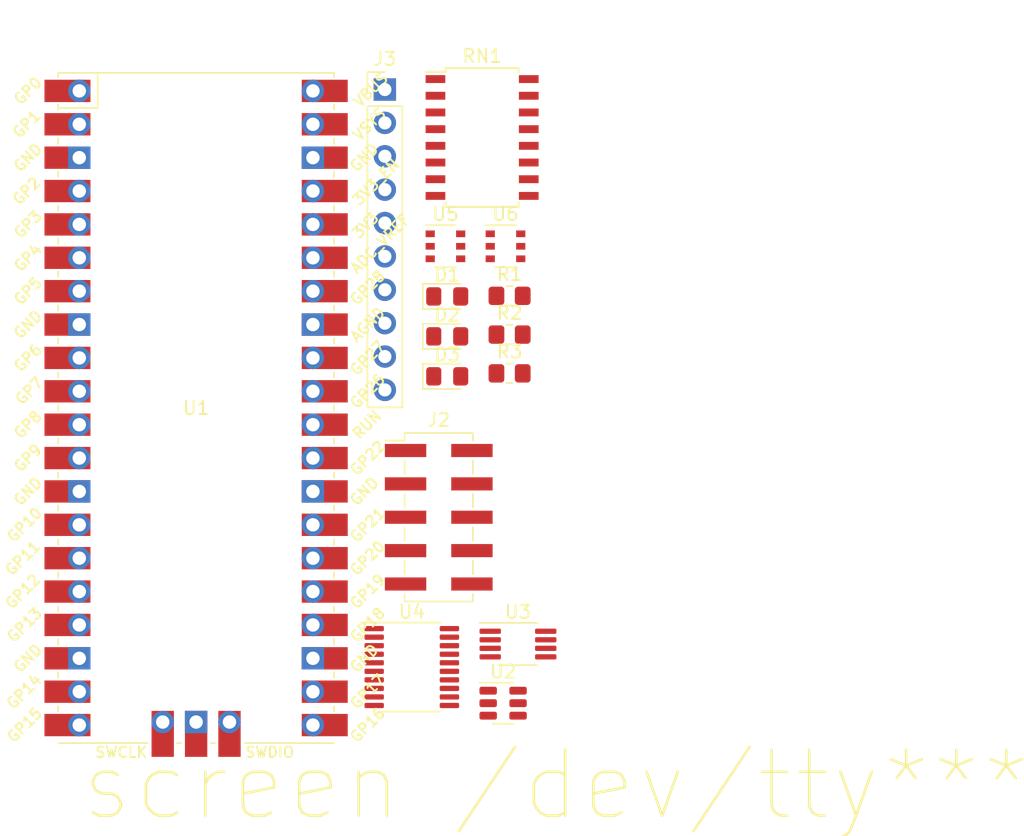
<source format=kicad_pcb>
(kicad_pcb (version 20221018) (generator pcbnew)
  (layers (0 "F.Cu" signal) (31 "B.Cu" signal) (34 "B.Paste" user) (35 "F.Paste" user) (36 "B.SilkS" user "B.Silkscreen") (37 "F.SilkS" user "F.Silkscreen") (38 "B.Mask" user) (39 "F.Mask" user) (44 "Edge.Cuts" user))
  (net 0 "")
  (net 1 "GND")
  (net 2 "Net-(D1-A)")
  (net 47 "Net-(D2-A)")
  (net 48 "Net-(D3-A)")
  (net 71 "+5V")
  (net 98 "/VADJ")
  (footprint "LED_SMD:LED_0805_2012Metric_Pad1.15x1.40mm_HandSolder" (layer "F.Cu") (at 158.8725 65.28)
    (fp_text reference "D1" (at 0 -1.65) (layer "F.SilkS"))
    (fp_text value "LED")
    (fp_line (start -1.86 -0.96) (end -1.86 0.96) (stroke (width 0.12)) (layer "F.SilkS"))
    (fp_line (start -1.86 0.96) (end 1 0.96) (stroke (width 0.12)) (layer "F.SilkS"))
    (fp_line (start 1 -0.96) (end -1.86 -0.96) (stroke (width 0.12)) (layer "F.SilkS"))
    (pad "1" smd roundrect (at -1.025 0) (size 1.15 1.4) (layers "F.Cu" "F.Paste" "F.Mask") (roundrect_rratio 0.217391) (net 1 "GND"))
    (pad "2" smd roundrect (at 1.025 0) (size 1.15 1.4) (layers "F.Cu" "F.Paste" "F.Mask") (roundrect_rratio 0.217391) (net 2 "Net-(D1-A)"))
  )
  (footprint "Connector_PinHeader_2.54mm:PinHeader_1x10_P2.54mm_Vertical" (layer "F.Cu") (at 154.1275 49.535)
    (fp_text reference "J3" (at 0 -2.33) (layer "F.SilkS"))
    (fp_text value "Conn_01x10_Pin")
    (fp_line (start -1.33 -1.33) (end 0 -1.33) (stroke (width 0.12)) (layer "F.SilkS"))
    (fp_line (start -1.33 0) (end -1.33 -1.33) (stroke (width 0.12)) (layer "F.SilkS"))
    (fp_line (start -1.33 1.27) (end -1.33 24.19) (stroke (width 0.12)) (layer "F.SilkS"))
    (fp_line (start -1.33 1.27) (end 1.33 1.27) (stroke (width 0.12)) (layer "F.SilkS"))
    (fp_line (start -1.33 24.19) (end 1.33 24.19) (stroke (width 0.12)) (layer "F.SilkS"))
    (fp_line (start 1.33 1.27) (end 1.33 24.19) (stroke (width 0.12)) (layer "F.SilkS"))
    (pad "1" thru_hole rect (at 0 0) (size 1.7 1.7) (drill 1) (layers "*.Cu" "*.Mask"))
    (pad "2" thru_hole oval (at 0 2.54) (size 1.7 1.7) (drill 1) (layers "*.Cu" "*.Mask"))
    (pad "3" thru_hole oval (at 0 5.08) (size 1.7 1.7) (drill 1) (layers "*.Cu" "*.Mask"))
    (pad "4" thru_hole oval (at 0 7.62) (size 1.7 1.7) (drill 1) (layers "*.Cu" "*.Mask"))
    (pad "5" thru_hole oval (at 0 10.16) (size 1.7 1.7) (drill 1) (layers "*.Cu" "*.Mask"))
    (pad "6" thru_hole oval (at 0 12.7) (size 1.7 1.7) (drill 1) (layers "*.Cu" "*.Mask"))
    (pad "7" thru_hole oval (at 0 15.24) (size 1.7 1.7) (drill 1) (layers "*.Cu" "*.Mask"))
    (pad "8" thru_hole oval (at 0 17.78) (size 1.7 1.7) (drill 1) (layers "*.Cu" "*.Mask"))
    (pad "9" thru_hole oval (at 0 20.32) (size 1.7 1.7) (drill 1) (layers "*.Cu" "*.Mask"))
    (pad "10" thru_hole oval (at 0 22.86) (size 1.7 1.7) (drill 1) (layers "*.Cu" "*.Mask"))
  )
  (footprint "Package_SO:MSOP-8_3x3mm_P0.65mm" (layer "F.Cu") (at 164.2575 91.735)
    (fp_text reference "U3" (at 0 -2.45) (layer "F.SilkS"))
    (fp_text value "AD8655")
    (fp_line (start 0 -1.61) (end -2.925 -1.61) (stroke (width 0.12)) (layer "F.SilkS"))
    (fp_line (start 0 -1.61) (end 1.5 -1.61) (stroke (width 0.12)) (layer "F.SilkS"))
    (fp_line (start 0 1.61) (end -1.5 1.61) (stroke (width 0.12)) (layer "F.SilkS"))
    (fp_line (start 0 1.61) (end 1.5 1.61) (stroke (width 0.12)) (layer "F.SilkS"))
    (pad "1" smd roundrect (at -2.1125 -0.975) (size 1.625 0.4) (layers "F.Cu" "F.Paste" "F.Mask"))
    (pad "2" smd roundrect (at -2.1125 -0.325) (size 1.625 0.4) (layers "F.Cu" "F.Paste" "F.Mask"))
    (pad "3" smd roundrect (at -2.1125 0.325) (size 1.625 0.4) (layers "F.Cu" "F.Paste" "F.Mask"))
    (pad "4" smd roundrect (at -2.1125 0.975) (size 1.625 0.4) (layers "F.Cu" "F.Paste" "F.Mask"))
    (pad "5" smd roundrect (at 2.1125 0.975) (size 1.625 0.4) (layers "F.Cu" "F.Paste" "F.Mask"))
    (pad "6" smd roundrect (at 2.1125 0.325) (size 1.625 0.4) (layers "F.Cu" "F.Paste" "F.Mask") (net 98 "/VADJ"))
    (pad "7" smd roundrect (at 2.1125 -0.325) (size 1.625 0.4) (layers "F.Cu" "F.Paste" "F.Mask") (net 71 "+5V"))
    (pad "8" smd roundrect (at 2.1125 -0.975) (size 1.625 0.4) (layers "F.Cu" "F.Paste" "F.Mask"))
  )
  (footprint "Package_SO:TSOP-6_1.65x3.05mm_P0.95mm" (layer "F.Cu") (at 163.3075 61.465)
    (fp_text reference "U6" (at 0 -2.45) (layer "F.SilkS"))
    (fp_text value "NUP4302MR6T1G")
    (fp_line (start -0.8 1.6) (end 0.8 1.6) (stroke (width 0.12)) (layer "F.SilkS"))
    (fp_line (start 0.8 -1.6) (end -1.5 -1.6) (stroke (width 0.12)) (layer "F.SilkS"))
    (pad "1" smd rect (at -1.16 -0.95) (size 0.7 0.51) (layers "F.Cu" "F.Paste" "F.Mask"))
    (pad "2" smd rect (at -1.16 0) (size 0.7 0.51) (layers "F.Cu" "F.Paste" "F.Mask"))
    (pad "3" smd rect (at -1.16 0.95) (size 0.7 0.51) (layers "F.Cu" "F.Paste" "F.Mask"))
    (pad "4" smd rect (at 1.16 0.95) (size 0.7 0.51) (layers "F.Cu" "F.Paste" "F.Mask"))
    (pad "5" smd rect (at 1.16 0) (size 0.7 0.51) (layers "F.Cu" "F.Paste" "F.Mask"))
    (pad "6" smd rect (at 1.16 -0.95) (size 0.7 0.51) (layers "F.Cu" "F.Paste" "F.Mask") (net 98 "/VADJ"))
  )
  (footprint "Package_SO:SOIC-16W_5.3x10.2mm_P1.27mm" (layer "F.Cu") (at 161.5275 53.185)
    (fp_text reference "RN1" (at 0 -6.2) (layer "F.SilkS"))
    (fp_text value "R_Pack08")
    (fp_line (start -2.775 -5.275) (end -2.775 -5) (stroke (width 0.15)) (layer "F.SilkS"))
    (fp_line (start -2.775 -5.275) (end 2.775 -5.275) (stroke (width 0.15)) (layer "F.SilkS"))
    (fp_line (start -2.775 -5) (end -4.3 -5) (stroke (width 0.15)) (layer "F.SilkS"))
    (fp_line (start -2.775 5.275) (end -2.775 4.92) (stroke (width 0.15)) (layer "F.SilkS"))
    (fp_line (start -2.775 5.275) (end 2.775 5.275) (stroke (width 0.15)) (layer "F.SilkS"))
    (fp_line (start 2.775 -5.275) (end 2.775 -4.92) (stroke (width 0.15)) (layer "F.SilkS"))
    (fp_line (start 2.775 5.275) (end 2.775 4.92) (stroke (width 0.15)) (layer "F.SilkS"))
    (pad "1" smd rect (at -3.55 -4.445) (size 1.5 0.6) (layers "F.Cu" "F.Paste" "F.Mask"))
    (pad "2" smd rect (at -3.55 -3.175) (size 1.5 0.6) (layers "F.Cu" "F.Paste" "F.Mask"))
    (pad "3" smd rect (at -3.55 -1.905) (size 1.5 0.6) (layers "F.Cu" "F.Paste" "F.Mask"))
    (pad "4" smd rect (at -3.55 -0.635) (size 1.5 0.6) (layers "F.Cu" "F.Paste" "F.Mask"))
    (pad "5" smd rect (at -3.55 0.635) (size 1.5 0.6) (layers "F.Cu" "F.Paste" "F.Mask"))
    (pad "6" smd rect (at -3.55 1.905) (size 1.5 0.6) (layers "F.Cu" "F.Paste" "F.Mask"))
    (pad "7" smd rect (at -3.55 3.175) (size 1.5 0.6) (layers "F.Cu" "F.Paste" "F.Mask"))
    (pad "8" smd rect (at -3.55 4.445) (size 1.5 0.6) (layers "F.Cu" "F.Paste" "F.Mask"))
    (pad "9" smd rect (at 3.55 4.445) (size 1.5 0.6) (layers "F.Cu" "F.Paste" "F.Mask"))
    (pad "10" smd rect (at 3.55 3.175) (size 1.5 0.6) (layers "F.Cu" "F.Paste" "F.Mask"))
    (pad "11" smd rect (at 3.55 1.905) (size 1.5 0.6) (layers "F.Cu" "F.Paste" "F.Mask"))
    (pad "12" smd rect (at 3.55 0.635) (size 1.5 0.6) (layers "F.Cu" "F.Paste" "F.Mask"))
    (pad "13" smd rect (at 3.55 -0.635) (size 1.5 0.6) (layers "F.Cu" "F.Paste" "F.Mask"))
    (pad "14" smd rect (at 3.55 -1.905) (size 1.5 0.6) (layers "F.Cu" "F.Paste" "F.Mask"))
    (pad "15" smd rect (at 3.55 -3.175) (size 1.5 0.6) (layers "F.Cu" "F.Paste" "F.Mask"))
    (pad "16" smd rect (at 3.55 -4.445) (size 1.5 0.6) (layers "F.Cu" "F.Paste" "F.Mask"))
  )
  (footprint "Resistor_SMD:R_0805_2012Metric_Pad1.20x1.40mm_HandSolder" (layer "F.Cu") (at 163.6175 65.235)
    (fp_text reference "R1" (at 0 -1.65) (layer "F.SilkS"))
    (fp_text value "470")
    (fp_line (start -0.227064 -0.735) (end 0.227064 -0.735) (stroke (width 0.12)) (layer "F.SilkS"))
    (fp_line (start -0.227064 0.735) (end 0.227064 0.735) (stroke (width 0.12)) (layer "F.SilkS"))
    (pad "1" smd roundrect (at -1 0) (size 1.2 1.4) (layers "F.Cu" "F.Paste" "F.Mask") (roundrect_rratio 0.208333))
    (pad "2" smd roundrect (at 1 0) (size 1.2 1.4) (layers "F.Cu" "F.Paste" "F.Mask") (roundrect_rratio 0.208333) (net 2 "Net-(D1-A)"))
  )
  (footprint "LED_SMD:LED_0805_2012Metric_Pad1.15x1.40mm_HandSolder" (layer "F.Cu") (at 158.8725 68.32)
    (fp_text reference "D2" (at 0 -1.65) (layer "F.SilkS"))
    (fp_text value "LED")
    (fp_line (start -1.86 -0.96) (end -1.86 0.96) (stroke (width 0.12)) (layer "F.SilkS"))
    (fp_line (start -1.86 0.96) (end 1 0.96) (stroke (width 0.12)) (layer "F.SilkS"))
    (fp_line (start 1 -0.96) (end -1.86 -0.96) (stroke (width 0.12)) (layer "F.SilkS"))
    (pad "1" smd roundrect (at -1.025 0) (size 1.15 1.4) (layers "F.Cu" "F.Paste" "F.Mask") (roundrect_rratio 0.217391) (net 1 "GND"))
    (pad "2" smd roundrect (at 1.025 0) (size 1.15 1.4) (layers "F.Cu" "F.Paste" "F.Mask") (roundrect_rratio 0.217391) (net 47 "Net-(D2-A)"))
  )
  (footprint "Connector_PinHeader_2.54mm:PinHeader_2x05_P2.54mm_Vertical_SMD" (layer "F.Cu") (at 158.2275 82.085)
    (fp_text reference "J2" (at 0 -7.41) (layer "F.SilkS"))
    (fp_text value "Conn_02x05_Odd_Even")
    (fp_line (start -4.04 -5.84) (end -2.6 -5.84) (stroke (width 0.12)) (layer "F.SilkS"))
    (fp_line (start -2.6 -6.41) (end -2.6 -5.84) (stroke (width 0.12)) (layer "F.SilkS"))
    (fp_line (start -2.6 -6.41) (end 2.6 -6.41) (stroke (width 0.12)) (layer "F.SilkS"))
    (fp_line (start -2.6 -4.32) (end -2.6 -3.3) (stroke (width 0.12)) (layer "F.SilkS"))
    (fp_line (start -2.6 -1.78) (end -2.6 -0.76) (stroke (width 0.12)) (layer "F.SilkS"))
    (fp_line (start -2.6 0.76) (end -2.6 1.78) (stroke (width 0.12)) (layer "F.SilkS"))
    (fp_line (start -2.6 3.3) (end -2.6 4.32) (stroke (width 0.12)) (layer "F.SilkS"))
    (fp_line (start -2.6 5.84) (end -2.6 6.41) (stroke (width 0.12)) (layer "F.SilkS"))
    (fp_line (start -2.6 6.41) (end 2.6 6.41) (stroke (width 0.12)) (layer "F.SilkS"))
    (fp_line (start 2.6 -6.41) (end 2.6 -5.84) (stroke (width 0.12)) (layer "F.SilkS"))
    (fp_line (start 2.6 -4.32) (end 2.6 -3.3) (stroke (width 0.12)) (layer "F.SilkS"))
    (fp_line (start 2.6 -1.78) (end 2.6 -0.76) (stroke (width 0.12)) (layer "F.SilkS"))
    (fp_line (start 2.6 0.76) (end 2.6 1.78) (stroke (width 0.12)) (layer "F.SilkS"))
    (fp_line (start 2.6 3.3) (end 2.6 4.32) (stroke (width 0.12)) (layer "F.SilkS"))
    (fp_line (start 2.6 5.84) (end 2.6 6.41) (stroke (width 0.12)) (layer "F.SilkS"))
    (pad "1" smd rect (at -2.525 -5.08) (size 3.15 1) (layers "F.Cu" "F.Paste" "F.Mask"))
    (pad "2" smd rect (at 2.525 -5.08) (size 3.15 1) (layers "F.Cu" "F.Paste" "F.Mask"))
    (pad "3" smd rect (at -2.525 -2.54) (size 3.15 1) (layers "F.Cu" "F.Paste" "F.Mask"))
    (pad "4" smd rect (at 2.525 -2.54) (size 3.15 1) (layers "F.Cu" "F.Paste" "F.Mask"))
    (pad "5" smd rect (at -2.525 0) (size 3.15 1) (layers "F.Cu" "F.Paste" "F.Mask"))
    (pad "6" smd rect (at 2.525 0) (size 3.15 1) (layers "F.Cu" "F.Paste" "F.Mask"))
    (pad "7" smd rect (at -2.525 2.54) (size 3.15 1) (layers "F.Cu" "F.Paste" "F.Mask"))
    (pad "8" smd rect (at 2.525 2.54) (size 3.15 1) (layers "F.Cu" "F.Paste" "F.Mask"))
    (pad "9" smd rect (at -2.525 5.08) (size 3.15 1) (layers "F.Cu" "F.Paste" "F.Mask"))
    (pad "10" smd rect (at 2.525 5.08) (size 3.15 1) (layers "F.Cu" "F.Paste" "F.Mask"))
  )
  (footprint "Package_TO_SOT_SMD:SOT-23-6" (layer "F.Cu") (at 163.1275 96.235)
    (fp_text reference "U2" (at 0 -2.4) (layer "F.SilkS"))
    (fp_text value "MCP1640DCH")
    (fp_line (start 0 -1.56) (end -1.8 -1.56) (stroke (width 0.12)) (layer "F.SilkS"))
    (fp_line (start 0 -1.56) (end 0.8 -1.56) (stroke (width 0.12)) (layer "F.SilkS"))
    (fp_line (start 0 1.56) (end -0.8 1.56) (stroke (width 0.12)) (layer "F.SilkS"))
    (fp_line (start 0 1.56) (end 0.8 1.56) (stroke (width 0.12)) (layer "F.SilkS"))
    (pad "1" smd roundrect (at -1.1375 -0.95) (size 1.325 0.6) (layers "F.Cu" "F.Paste" "F.Mask"))
    (pad "2" smd roundrect (at -1.1375 0) (size 1.325 0.6) (layers "F.Cu" "F.Paste" "F.Mask"))
    (pad "3" smd roundrect (at -1.1375 0.95) (size 1.325 0.6) (layers "F.Cu" "F.Paste" "F.Mask"))
    (pad "4" smd roundrect (at 1.1375 0.95) (size 1.325 0.6) (layers "F.Cu" "F.Paste" "F.Mask"))
    (pad "5" smd roundrect (at 1.1375 0) (size 1.325 0.6) (layers "F.Cu" "F.Paste" "F.Mask") (net 71 "+5V"))
    (pad "6" smd roundrect (at 1.1375 -0.95) (size 1.325 0.6) (layers "F.Cu" "F.Paste" "F.Mask"))
  )
  (footprint "Resistor_SMD:R_0805_2012Metric_Pad1.20x1.40mm_HandSolder" (layer "F.Cu") (at 163.6175 71.135)
    (fp_text reference "R3" (at 0 -1.65) (layer "F.SilkS"))
    (fp_text value "470")
    (fp_line (start -0.227064 -0.735) (end 0.227064 -0.735) (stroke (width 0.12)) (layer "F.SilkS"))
    (fp_line (start -0.227064 0.735) (end 0.227064 0.735) (stroke (width 0.12)) (layer "F.SilkS"))
    (pad "1" smd roundrect (at -1 0) (size 1.2 1.4) (layers "F.Cu" "F.Paste" "F.Mask") (roundrect_rratio 0.208333))
    (pad "2" smd roundrect (at 1 0) (size 1.2 1.4) (layers "F.Cu" "F.Paste" "F.Mask") (roundrect_rratio 0.208333) (net 48 "Net-(D3-A)"))
  )
  (footprint "RP_Pico:RPi_Pico_SMD_TH" (layer "F.Cu") (at 139.7625 73.77)
    (fp_text reference "U1" (at 0 0) (layer "F.SilkS"))
    (fp_text value "Pico")
    (fp_text user "ADC_VREF" (at 14 -12.5 45) (layer "F.SilkS") (effects (font (size 0.8 0.8))))
    (fp_text user "GP5" (at -12.8 -8.89 45) (layer "F.SilkS") (effects (font (size 0.8 0.8))))
    (fp_text user "GP20" (at 13.054 11.43 45) (layer "F.SilkS") (effects (font (size 0.8 0.8))))
    (fp_text user "GND" (at 12.8 -19.05 45) (layer "F.SilkS") (effects (font (size 0.8 0.8))))
    (fp_text user "GP7" (at -12.7 -1.3 45) (layer "F.SilkS") (effects (font (size 0.8 0.8))))
    (fp_text user "GP18" (at 13.054 16.51 45) (layer "F.SilkS") (effects (font (size 0.8 0.8))))
    (fp_text user "GP10" (at -13.054 8.89 45) (layer "F.SilkS") (effects (font (size 0.8 0.8))))
    (fp_text user "GP8" (at -12.8 1.27 45) (layer "F.SilkS") (effects (font (size 0.8 0.8))))
    (fp_text user "GP0" (at -12.8 -24.13 45) (layer "F.SilkS") (effects (font (size 0.8 0.8))))
    (fp_text user "SWDIO" (at 5.6 26.2) (layer "F.SilkS") (effects (font (size 0.8 0.8))))
    (fp_text user "GP17" (at 13.054 21.59 45) (layer "F.SilkS") (effects (font (size 0.8 0.8))))
    (fp_text user "GP27" (at 13.054 -3.8 45) (layer "F.SilkS") (effects (font (size 0.8 0.8))))
    (fp_text user "GP11" (at -13.2 11.43 45) (layer "F.SilkS") (effects (font (size 0.8 0.8))))
    (fp_text user "GND" (at -12.8 -6.35 45) (layer "F.SilkS") (effects (font (size 0.8 0.8))))
    (fp_text user "GP14" (at -13.1 21.59 45) (layer "F.SilkS") (effects (font (size 0.8 0.8))))
    (fp_text user "GND" (at -12.8 6.35 45) (layer "F.SilkS") (effects (font (size 0.8 0.8))))
    (fp_text user "GP13" (at -13.054 16.51 45) (layer "F.SilkS") (effects (font (size 0.8 0.8))))
    (fp_text user "GND" (at -12.8 19.05 45) (layer "F.SilkS") (effects (font (size 0.8 0.8))))
    (fp_text user "GP26" (at 13.054 -1.27 45) (layer "F.SilkS") (effects (font (size 0.8 0.8))))
    (fp_text user "GP16" (at 13.054 24.13 45) (layer "F.SilkS") (effects (font (size 0.8 0.8))))
    (fp_text user "GP9" (at -12.8 3.81 45) (layer "F.SilkS") (effects (font (size 0.8 0.8))))
    (fp_text user "GP4" (at -12.8 -11.43 45) (layer "F.SilkS") (effects (font (size 0.8 0.8))))
    (fp_text user "RUN" (at 13 1.27 45) (layer "F.SilkS") (effects (font (size 0.8 0.8))))
    (fp_text user "GND" (at -12.8 -19.05 45) (layer "F.SilkS") (effects (font (size 0.8 0.8))))
    (fp_text user "3V3" (at 12.9 -13.9 45) (layer "F.SilkS") (effects (font (size 0.8 0.8))))
    (fp_text user "GP6" (at -12.8 -3.81 45) (layer "F.SilkS") (effects (font (size 0.8 0.8))))
    (fp_text user "3V3_EN" (at 13.7 -17.2 45) (layer "F.SilkS") (effects (font (size 0.8 0.8))))
    (fp_text user "GP21" (at 13.054 8.9 45) (layer "F.SilkS") (effects (font (size 0.8 0.8))))
    (fp_text user "VSYS" (at 13.2 -21.59 45) (layer "F.SilkS") (effects (font (size 0.8 0.8))))
    (fp_text user "GP22" (at 13.054 3.81 45) (layer "F.SilkS") (effects (font (size 0.8 0.8))))
    (fp_text user "GP12" (at -13.2 13.97 45) (layer "F.SilkS") (effects (font (size 0.8 0.8))))
    (fp_text user "SWCLK" (at -5.7 26.2) (layer "F.SilkS") (effects (font (size 0.8 0.8))))
    (fp_text user "GP28" (at 13.054 -9.144 45) (layer "F.SilkS") (effects (font (size 0.8 0.8))))
    (fp_text user "GP15" (at -13.054 24.13 45) (layer "F.SilkS") (effects (font (size 0.8 0.8))))
    (fp_text user "GP3" (at -12.8 -13.97 45) (layer "F.SilkS") (effects (font (size 0.8 0.8))))
    (fp_text user "AGND" (at 13.054 -6.35 45) (layer "F.SilkS") (effects (font (size 0.8 0.8))))
    (fp_text user "GP19" (at 13.054 13.97 45) (layer "F.SilkS") (effects (font (size 0.8 0.8))))
    (fp_text user "GND" (at 12.8 19.05 45) (layer "F.SilkS") (effects (font (size 0.8 0.8))))
    (fp_text user "VBUS" (at 13.3 -24.2 45) (layer "F.SilkS") (effects (font (size 0.8 0.8))))
    (fp_text user "GP2" (at -12.9 -16.51 45) (layer "F.SilkS") (effects (font (size 0.8 0.8))))
    (fp_text user "GND" (at 12.8 6.35 45) (layer "F.SilkS") (effects (font (size 0.8 0.8))))
    (fp_text user "GP1" (at -12.9 -21.6 45) (layer "F.SilkS") (effects (font (size 0.8 0.8))))
    (fp_line (start -10.5 -25.5) (end -10.5 -25.2) (stroke (width 0.12)) (layer "F.SilkS"))
    (fp_line (start -10.5 -25.5) (end 10.5 -25.5) (stroke (width 0.12)) (layer "F.SilkS"))
    (fp_line (start -10.5 -23.1) (end -10.5 -22.7) (stroke (width 0.12)) (layer "F.SilkS"))
    (fp_line (start -10.5 -22.833) (end -7.493 -22.833) (stroke (width 0.12)) (layer "F.SilkS"))
    (fp_line (start -10.5 -20.5) (end -10.5 -20.1) (stroke (width 0.12)) (layer "F.SilkS"))
    (fp_line (start -10.5 -18) (end -10.5 -17.6) (stroke (width 0.12)) (layer "F.SilkS"))
    (fp_line (start -10.5 -15.4) (end -10.5 -15) (stroke (width 0.12)) (layer "F.SilkS"))
    (fp_line (start -10.5 -12.9) (end -10.5 -12.5) (stroke (width 0.12)) (layer "F.SilkS"))
    (fp_line (start -10.5 -10.4) (end -10.5 -10) (stroke (width 0.12)) (layer "F.SilkS"))
    (fp_line (start -10.5 -7.8) (end -10.5 -7.4) (stroke (width 0.12)) (layer "F.SilkS"))
    (fp_line (start -10.5 -5.3) (end -10.5 -4.9) (stroke (width 0.12)) (layer "F.SilkS"))
    (fp_line (start -10.5 -2.7) (end -10.5 -2.3) (stroke (width 0.12)) (layer "F.SilkS"))
    (fp_line (start -10.5 -0.2) (end -10.5 0.2) (stroke (width 0.12)) (layer "F.SilkS"))
    (fp_line (start -10.5 2.3) (end -10.5 2.7) (stroke (width 0.12)) (layer "F.SilkS"))
    (fp_line (start -10.5 4.9) (end -10.5 5.3) (stroke (width 0.12)) (layer "F.SilkS"))
    (fp_line (start -10.5 7.4) (end -10.5 7.8) (stroke (width 0.12)) (layer "F.SilkS"))
    (fp_line (start -10.5 10) (end -10.5 10.4) (stroke (width 0.12)) (layer "F.SilkS"))
    (fp_line (start -10.5 12.5) (end -10.5 12.9) (stroke (width 0.12)) (layer "F.SilkS"))
    (fp_line (start -10.5 15.1) (end -10.5 15.5) (stroke (width 0.12)) (layer "F.SilkS"))
    (fp_line (start -10.5 17.6) (end -10.5 18) (stroke (width 0.12)) (layer "F.SilkS"))
    (fp_line (start -10.5 20.1) (end -10.5 20.5) (stroke (width 0.12)) (layer "F.SilkS"))
    (fp_line (start -10.5 22.7) (end -10.5 23.1) (stroke (width 0.12)) (layer "F.SilkS"))
    (fp_line (start -7.493 -22.833) (end -7.493 -25.5) (stroke (width 0.12)) (layer "F.SilkS"))
    (fp_line (start -3.7 25.5) (end -10.5 25.5) (stroke (width 0.12)) (layer "F.SilkS"))
    (fp_line (start -1.5 25.5) (end -1.1 25.5) (stroke (width 0.12)) (layer "F.SilkS"))
    (fp_line (start 1.1 25.5) (end 1.5 25.5) (stroke (width 0.12)) (layer "F.SilkS"))
    (fp_line (start 10.5 -25.5) (end 10.5 -25.2) (stroke (width 0.12)) (layer "F.SilkS"))
    (fp_line (start 10.5 -23.1) (end 10.5 -22.7) (stroke (width 0.12)) (layer "F.SilkS"))
    (fp_line (start 10.5 -20.5) (end 10.5 -20.1) (stroke (width 0.12)) (layer "F.SilkS"))
    (fp_line (start 10.5 -18) (end 10.5 -17.6) (stroke (width 0.12)) (layer "F.SilkS"))
    (fp_line (start 10.5 -15.4) (end 10.5 -15) (stroke (width 0.12)) (layer "F.SilkS"))
    (fp_line (start 10.5 -12.9) (end 10.5 -12.5) (stroke (width 0.12)) (layer "F.SilkS"))
    (fp_line (start 10.5 -10.4) (end 10.5 -10) (stroke (width 0.12)) (layer "F.SilkS"))
    (fp_line (start 10.5 -7.8) (end 10.5 -7.4) (stroke (width 0.12)) (layer "F.SilkS"))
    (fp_line (start 10.5 -5.3) (end 10.5 -4.9) (stroke (width 0.12)) (layer "F.SilkS"))
    (fp_line (start 10.5 -2.7) (end 10.5 -2.3) (stroke (width 0.12)) (layer "F.SilkS"))
    (fp_line (start 10.5 -0.2) (end 10.5 0.2) (stroke (width 0.12)) (layer "F.SilkS"))
    (fp_line (start 10.5 2.3) (end 10.5 2.7) (stroke (width 0.12)) (layer "F.SilkS"))
    (fp_line (start 10.5 4.9) (end 10.5 5.3) (stroke (width 0.12)) (layer "F.SilkS"))
    (fp_line (start 10.5 7.4) (end 10.5 7.8) (stroke (width 0.12)) (layer "F.SilkS"))
    (fp_line (start 10.5 10) (end 10.5 10.4) (stroke (width 0.12)) (layer "F.SilkS"))
    (fp_line (start 10.5 12.5) (end 10.5 12.9) (stroke (width 0.12)) (layer "F.SilkS"))
    (fp_line (start 10.5 15.1) (end 10.5 15.5) (stroke (width 0.12)) (layer "F.SilkS"))
    (fp_line (start 10.5 17.6) (end 10.5 18) (stroke (width 0.12)) (layer "F.SilkS"))
    (fp_line (start 10.5 20.1) (end 10.5 20.5) (stroke (width 0.12)) (layer "F.SilkS"))
    (fp_line (start 10.5 22.7) (end 10.5 23.1) (stroke (width 0.12)) (layer "F.SilkS"))
    (fp_line (start 10.5 25.5) (end 3.7 25.5) (stroke (width 0.12)) (layer "F.SilkS"))
    (pad "" np_thru_hole oval (at -2.725 -24) (size 1.8 1.8) (drill 1.8) (layers "*.Cu" "*.Mask"))
    (pad "" np_thru_hole oval (at -2.425 -20.97) (size 1.5 1.5) (drill 1.5) (layers "*.Cu" "*.Mask"))
    (pad "" np_thru_hole oval (at 2.425 -20.97) (size 1.5 1.5) (drill 1.5) (layers "*.Cu" "*.Mask"))
    (pad "" np_thru_hole oval (at 2.725 -24) (size 1.8 1.8) (drill 1.8) (layers "*.Cu" "*.Mask"))
    (pad "1" thru_hole oval (at -8.89 -24.13) (size 1.7 1.7) (drill 1.02) (layers "*.Cu" "*.Mask"))
    (pad "1" smd rect (at -8.89 -24.13) (size 3.5 1.7) (drill (offset -0.9 0)) (layers "F.Cu" "F.Mask"))
    (pad "2" thru_hole oval (at -8.89 -21.59) (size 1.7 1.7) (drill 1.02) (layers "*.Cu" "*.Mask"))
    (pad "2" smd rect (at -8.89 -21.59) (size 3.5 1.7) (drill (offset -0.9 0)) (layers "F.Cu" "F.Mask"))
    (pad "3" thru_hole rect (at -8.89 -19.05) (size 1.7 1.7) (drill 1.02) (layers "*.Cu" "*.Mask"))
    (pad "3" smd rect (at -8.89 -19.05) (size 3.5 1.7) (drill (offset -0.9 0)) (layers "F.Cu" "F.Mask"))
    (pad "4" thru_hole oval (at -8.89 -16.51) (size 1.7 1.7) (drill 1.02) (layers "*.Cu" "*.Mask"))
    (pad "4" smd rect (at -8.89 -16.51) (size 3.5 1.7) (drill (offset -0.9 0)) (layers "F.Cu" "F.Mask"))
    (pad "5" thru_hole oval (at -8.89 -13.97) (size 1.7 1.7) (drill 1.02) (layers "*.Cu" "*.Mask"))
    (pad "5" smd rect (at -8.89 -13.97) (size 3.5 1.7) (drill (offset -0.9 0)) (layers "F.Cu" "F.Mask"))
    (pad "6" thru_hole oval (at -8.89 -11.43) (size 1.7 1.7) (drill 1.02) (layers "*.Cu" "*.Mask"))
    (pad "6" smd rect (at -8.89 -11.43) (size 3.5 1.7) (drill (offset -0.9 0)) (layers "F.Cu" "F.Mask"))
    (pad "7" thru_hole oval (at -8.89 -8.89) (size 1.7 1.7) (drill 1.02) (layers "*.Cu" "*.Mask"))
    (pad "7" smd rect (at -8.89 -8.89) (size 3.5 1.7) (drill (offset -0.9 0)) (layers "F.Cu" "F.Mask"))
    (pad "8" thru_hole rect (at -8.89 -6.35) (size 1.7 1.7) (drill 1.02) (layers "*.Cu" "*.Mask"))
    (pad "8" smd rect (at -8.89 -6.35) (size 3.5 1.7) (drill (offset -0.9 0)) (layers "F.Cu" "F.Mask"))
    (pad "9" thru_hole oval (at -8.89 -3.81) (size 1.7 1.7) (drill 1.02) (layers "*.Cu" "*.Mask"))
    (pad "9" smd rect (at -8.89 -3.81) (size 3.5 1.7) (drill (offset -0.9 0)) (layers "F.Cu" "F.Mask"))
    (pad "10" thru_hole oval (at -8.89 -1.27) (size 1.7 1.7) (drill 1.02) (layers "*.Cu" "*.Mask"))
    (pad "10" smd rect (at -8.89 -1.27) (size 3.5 1.7) (drill (offset -0.9 0)) (layers "F.Cu" "F.Mask"))
    (pad "11" thru_hole oval (at -8.89 1.27) (size 1.7 1.7) (drill 1.02) (layers "*.Cu" "*.Mask"))
    (pad "11" smd rect (at -8.89 1.27) (size 3.5 1.7) (drill (offset -0.9 0)) (layers "F.Cu" "F.Mask"))
    (pad "12" thru_hole oval (at -8.89 3.81) (size 1.7 1.7) (drill 1.02) (layers "*.Cu" "*.Mask"))
    (pad "12" smd rect (at -8.89 3.81) (size 3.5 1.7) (drill (offset -0.9 0)) (layers "F.Cu" "F.Mask"))
    (pad "13" thru_hole rect (at -8.89 6.35) (size 1.7 1.7) (drill 1.02) (layers "*.Cu" "*.Mask"))
    (pad "13" smd rect (at -8.89 6.35) (size 3.5 1.7) (drill (offset -0.9 0)) (layers "F.Cu" "F.Mask"))
    (pad "14" thru_hole oval (at -8.89 8.89) (size 1.7 1.7) (drill 1.02) (layers "*.Cu" "*.Mask"))
    (pad "14" smd rect (at -8.89 8.89) (size 3.5 1.7) (drill (offset -0.9 0)) (layers "F.Cu" "F.Mask"))
    (pad "15" thru_hole oval (at -8.89 11.43) (size 1.7 1.7) (drill 1.02) (layers "*.Cu" "*.Mask"))
    (pad "15" smd rect (at -8.89 11.43) (size 3.5 1.7) (drill (offset -0.9 0)) (layers "F.Cu" "F.Mask"))
    (pad "16" thru_hole oval (at -8.89 13.97) (size 1.7 1.7) (drill 1.02) (layers "*.Cu" "*.Mask"))
    (pad "16" smd rect (at -8.89 13.97) (size 3.5 1.7) (drill (offset -0.9 0)) (layers "F.Cu" "F.Mask"))
    (pad "17" thru_hole oval (at -8.89 16.51) (size 1.7 1.7) (drill 1.02) (layers "*.Cu" "*.Mask"))
    (pad "17" smd rect (at -8.89 16.51) (size 3.5 1.7) (drill (offset -0.9 0)) (layers "F.Cu" "F.Mask"))
    (pad "18" thru_hole rect (at -8.89 19.05) (size 1.7 1.7) (drill 1.02) (layers "*.Cu" "*.Mask"))
    (pad "18" smd rect (at -8.89 19.05) (size 3.5 1.7) (drill (offset -0.9 0)) (layers "F.Cu" "F.Mask"))
    (pad "19" thru_hole oval (at -8.89 21.59) (size 1.7 1.7) (drill 1.02) (layers "*.Cu" "*.Mask"))
    (pad "19" smd rect (at -8.89 21.59) (size 3.5 1.7) (drill (offset -0.9 0)) (layers "F.Cu" "F.Mask"))
    (pad "20" thru_hole oval (at -8.89 24.13) (size 1.7 1.7) (drill 1.02) (layers "*.Cu" "*.Mask"))
    (pad "20" smd rect (at -8.89 24.13) (size 3.5 1.7) (drill (offset -0.9 0)) (layers "F.Cu" "F.Mask"))
    (pad "21" thru_hole oval (at 8.89 24.13) (size 1.7 1.7) (drill 1.02) (layers "*.Cu" "*.Mask"))
    (pad "21" smd rect (at 8.89 24.13) (size 3.5 1.7) (drill (offset 0.9 0)) (layers "F.Cu" "F.Mask"))
    (pad "22" thru_hole oval (at 8.89 21.59) (size 1.7 1.7) (drill 1.02) (layers "*.Cu" "*.Mask"))
    (pad "22" smd rect (at 8.89 21.59) (size 3.5 1.7) (drill (offset 0.9 0)) (layers "F.Cu" "F.Mask"))
    (pad "23" thru_hole rect (at 8.89 19.05) (size 1.7 1.7) (drill 1.02) (layers "*.Cu" "*.Mask"))
    (pad "23" smd rect (at 8.89 19.05) (size 3.5 1.7) (drill (offset 0.9 0)) (layers "F.Cu" "F.Mask"))
    (pad "24" thru_hole oval (at 8.89 16.51) (size 1.7 1.7) (drill 1.02) (layers "*.Cu" "*.Mask"))
    (pad "24" smd rect (at 8.89 16.51) (size 3.5 1.7) (drill (offset 0.9 0)) (layers "F.Cu" "F.Mask"))
    (pad "25" thru_hole oval (at 8.89 13.97) (size 1.7 1.7) (drill 1.02) (layers "*.Cu" "*.Mask"))
    (pad "25" smd rect (at 8.89 13.97) (size 3.5 1.7) (drill (offset 0.9 0)) (layers "F.Cu" "F.Mask"))
    (pad "26" thru_hole oval (at 8.89 11.43) (size 1.7 1.7) (drill 1.02) (layers "*.Cu" "*.Mask"))
    (pad "26" smd rect (at 8.89 11.43) (size 3.5 1.7) (drill (offset 0.9 0)) (layers "F.Cu" "F.Mask"))
    (pad "27" thru_hole oval (at 8.89 8.89) (size 1.7 1.7) (drill 1.02) (layers "*.Cu" "*.Mask"))
    (pad "27" smd rect (at 8.89 8.89) (size 3.5 1.7) (drill (offset 0.9 0)) (layers "F.Cu" "F.Mask"))
    (pad "28" thru_hole rect (at 8.89 6.35) (size 1.7 1.7) (drill 1.02) (layers "*.Cu" "*.Mask"))
    (pad "28" smd rect (at 8.89 6.35) (size 3.5 1.7) (drill (offset 0.9 0)) (layers "F.Cu" "F.Mask"))
    (pad "29" thru_hole oval (at 8.89 3.81) (size 1.7 1.7) (drill 1.02) (layers "*.Cu" "*.Mask"))
    (pad "29" smd rect (at 8.89 3.81) (size 3.5 1.7) (drill (offset 0.9 0)) (layers "F.Cu" "F.Mask"))
    (pad "30" thru_hole oval (at 8.89 1.27) (size 1.7 1.7) (drill 1.02) (layers "*.Cu" "*.Mask"))
    (pad "30" smd rect (at 8.89 1.27) (size 3.5 1.7) (drill (offset 0.9 0)) (layers "F.Cu" "F.Mask"))
    (pad "31" thru_hole oval (at 8.89 -1.27) (size 1.7 1.7) (drill 1.02) (layers "*.Cu" "*.Mask"))
    (pad "31" smd rect (at 8.89 -1.27) (size 3.5 1.7) (drill (offset 0.9 0)) (layers "F.Cu" "F.Mask"))
    (pad "32" thru_hole oval (at 8.89 -3.81) (size 1.7 1.7) (drill 1.02) (layers "*.Cu" "*.Mask"))
    (pad "32" smd rect (at 8.89 -3.81) (size 3.5 1.7) (drill (offset 0.9 0)) (layers "F.Cu" "F.Mask"))
    (pad "33" thru_hole rect (at 8.89 -6.35) (size 1.7 1.7) (drill 1.02) (layers "*.Cu" "*.Mask"))
    (pad "33" smd rect (at 8.89 -6.35) (size 3.5 1.7) (drill (offset 0.9 0)) (layers "F.Cu" "F.Mask"))
    (pad "34" thru_hole oval (at 8.89 -8.89) (size 1.7 1.7) (drill 1.02) (layers "*.Cu" "*.Mask"))
    (pad "34" smd rect (at 8.89 -8.89) (size 3.5 1.7) (drill (offset 0.9 0)) (layers "F.Cu" "F.Mask"))
    (pad "35" thru_hole oval (at 8.89 -11.43) (size 1.7 1.7) (drill 1.02) (layers "*.Cu" "*.Mask"))
    (pad "35" smd rect (at 8.89 -11.43) (size 3.5 1.7) (drill (offset 0.9 0)) (layers "F.Cu" "F.Mask"))
    (pad "36" thru_hole oval (at 8.89 -13.97) (size 1.7 1.7) (drill 1.02) (layers "*.Cu" "*.Mask"))
    (pad "36" smd rect (at 8.89 -13.97) (size 3.5 1.7) (drill (offset 0.9 0)) (layers "F.Cu" "F.Mask"))
    (pad "37" thru_hole oval (at 8.89 -16.51) (size 1.7 1.7) (drill 1.02) (layers "*.Cu" "*.Mask"))
    (pad "37" smd rect (at 8.89 -16.51) (size 3.5 1.7) (drill (offset 0.9 0)) (layers "F.Cu" "F.Mask"))
    (pad "38" thru_hole rect (at 8.89 -19.05) (size 1.7 1.7) (drill 1.02) (layers "*.Cu" "*.Mask"))
    (pad "38" smd rect (at 8.89 -19.05) (size 3.5 1.7) (drill (offset 0.9 0)) (layers "F.Cu" "F.Mask"))
    (pad "39" thru_hole oval (at 8.89 -21.59) (size 1.7 1.7) (drill 1.02) (layers "*.Cu" "*.Mask"))
    (pad "39" smd rect (at 8.89 -21.59) (size 3.5 1.7) (drill (offset 0.9 0)) (layers "F.Cu" "F.Mask"))
    (pad "40" thru_hole oval (at 8.89 -24.13) (size 1.7 1.7) (drill 1.02) (layers "*.Cu" "*.Mask"))
    (pad "40" smd rect (at 8.89 -24.13) (size 3.5 1.7) (drill (offset 0.9 0)) (layers "F.Cu" "F.Mask"))
    (pad "41" thru_hole oval (at -2.54 23.9) (size 1.7 1.7) (drill 1.02) (layers "*.Cu" "*.Mask"))
    (pad "41" smd rect (at -2.54 23.9 90) (size 3.5 1.7) (drill (offset -0.9 0)) (layers "F.Cu" "F.Mask"))
    (pad "42" thru_hole rect (at 0 23.9) (size 1.7 1.7) (drill 1.02) (layers "*.Cu" "*.Mask"))
    (pad "42" smd rect (at 0 23.9 90) (size 3.5 1.7) (drill (offset -0.9 0)) (layers "F.Cu" "F.Mask"))
    (pad "43" thru_hole oval (at 2.54 23.9) (size 1.7 1.7) (drill 1.02) (layers "*.Cu" "*.Mask"))
    (pad "43" smd rect (at 2.54 23.9 90) (size 3.5 1.7) (drill (offset -0.9 0)) (layers "F.Cu" "F.Mask"))
  )
  (footprint "Package_SO:TSSOP-20_4.4x6.5mm_P0.65mm" (layer "F.Cu") (at 156.1775 93.485)
    (fp_text reference "U4" (at 0 -4.2) (layer "F.SilkS"))
    (fp_text value "TXS0108EPW")
    (fp_line (start 0 -3.385) (end -3.6 -3.385) (stroke (width 0.12)) (layer "F.SilkS"))
    (fp_line (start 0 -3.385) (end 2.2 -3.385) (stroke (width 0.12)) (layer "F.SilkS"))
    (fp_line (start 0 3.385) (end -2.2 3.385) (stroke (width 0.12)) (layer "F.SilkS"))
    (fp_line (start 0 3.385) (end 2.2 3.385) (stroke (width 0.12)) (layer "F.SilkS"))
    (pad "1" smd roundrect (at -2.8625 -2.925) (size 1.475 0.4) (layers "F.Cu" "F.Paste" "F.Mask"))
    (pad "2" smd roundrect (at -2.8625 -2.275) (size 1.475 0.4) (layers "F.Cu" "F.Paste" "F.Mask"))
    (pad "3" smd roundrect (at -2.8625 -1.625) (size 1.475 0.4) (layers "F.Cu" "F.Paste" "F.Mask"))
    (pad "4" smd roundrect (at -2.8625 -0.975) (size 1.475 0.4) (layers "F.Cu" "F.Paste" "F.Mask"))
    (pad "5" smd roundrect (at -2.8625 -0.325) (size 1.475 0.4) (layers "F.Cu" "F.Paste" "F.Mask"))
    (pad "6" smd roundrect (at -2.8625 0.325) (size 1.475 0.4) (layers "F.Cu" "F.Paste" "F.Mask"))
    (pad "7" smd roundrect (at -2.8625 0.975) (size 1.475 0.4) (layers "F.Cu" "F.Paste" "F.Mask"))
    (pad "8" smd roundrect (at -2.8625 1.625) (size 1.475 0.4) (layers "F.Cu" "F.Paste" "F.Mask"))
    (pad "9" smd roundrect (at -2.8625 2.275) (size 1.475 0.4) (layers "F.Cu" "F.Paste" "F.Mask"))
    (pad "10" smd roundrect (at -2.8625 2.925) (size 1.475 0.4) (layers "F.Cu" "F.Paste" "F.Mask"))
    (pad "11" smd roundrect (at 2.8625 2.925) (size 1.475 0.4) (layers "F.Cu" "F.Paste" "F.Mask"))
    (pad "12" smd roundrect (at 2.8625 2.275) (size 1.475 0.4) (layers "F.Cu" "F.Paste" "F.Mask"))
    (pad "13" smd roundrect (at 2.8625 1.625) (size 1.475 0.4) (layers "F.Cu" "F.Paste" "F.Mask"))
    (pad "14" smd roundrect (at 2.8625 0.975) (size 1.475 0.4) (layers "F.Cu" "F.Paste" "F.Mask"))
    (pad "15" smd roundrect (at 2.8625 0.325) (size 1.475 0.4) (layers "F.Cu" "F.Paste" "F.Mask"))
    (pad "16" smd roundrect (at 2.8625 -0.325) (size 1.475 0.4) (layers "F.Cu" "F.Paste" "F.Mask"))
    (pad "17" smd roundrect (at 2.8625 -0.975) (size 1.475 0.4) (layers "F.Cu" "F.Paste" "F.Mask"))
    (pad "18" smd roundrect (at 2.8625 -1.625) (size 1.475 0.4) (layers "F.Cu" "F.Paste" "F.Mask"))
    (pad "19" smd roundrect (at 2.8625 -2.275) (size 1.475 0.4) (layers "F.Cu" "F.Paste" "F.Mask"))
    (pad "20" smd roundrect (at 2.8625 -2.925) (size 1.475 0.4) (layers "F.Cu" "F.Paste" "F.Mask"))
  )
  (footprint "LED_SMD:LED_0805_2012Metric_Pad1.15x1.40mm_HandSolder" (layer "F.Cu") (at 158.8725 71.36)
    (fp_text reference "D3" (at 0 -1.65) (layer "F.SilkS"))
    (fp_text value "LED")
    (fp_line (start -1.86 -0.96) (end -1.86 0.96) (stroke (width 0.12)) (layer "F.SilkS"))
    (fp_line (start -1.86 0.96) (end 1 0.96) (stroke (width 0.12)) (layer "F.SilkS"))
    (fp_line (start 1 -0.96) (end -1.86 -0.96) (stroke (width 0.12)) (layer "F.SilkS"))
    (pad "1" smd roundrect (at -1.025 0) (size 1.15 1.4) (layers "F.Cu" "F.Paste" "F.Mask") (roundrect_rratio 0.217391) (net 1 "GND"))
    (pad "2" smd roundrect (at 1.025 0) (size 1.15 1.4) (layers "F.Cu" "F.Paste" "F.Mask") (roundrect_rratio 0.217391) (net 48 "Net-(D3-A)"))
  )
  (footprint "Resistor_SMD:R_0805_2012Metric_Pad1.20x1.40mm_HandSolder" (layer "F.Cu") (at 163.6175 68.185)
    (fp_text reference "R2" (at 0 -1.65) (layer "F.SilkS"))
    (fp_text value "470")
    (fp_line (start -0.227064 -0.735) (end 0.227064 -0.735) (stroke (width 0.12)) (layer "F.SilkS"))
    (fp_line (start -0.227064 0.735) (end 0.227064 0.735) (stroke (width 0.12)) (layer "F.SilkS"))
    (pad "1" smd roundrect (at -1 0) (size 1.2 1.4) (layers "F.Cu" "F.Paste" "F.Mask") (roundrect_rratio 0.208333))
    (pad "2" smd roundrect (at 1 0) (size 1.2 1.4) (layers "F.Cu" "F.Paste" "F.Mask") (roundrect_rratio 0.208333) (net 47 "Net-(D2-A)"))
  )
  (footprint "Package_SO:TSOP-6_1.65x3.05mm_P0.95mm" (layer "F.Cu") (at 158.7375 61.465)
    (fp_text reference "U5" (at 0 -2.45) (layer "F.SilkS"))
    (fp_text value "NUP4302MR6T1G")
    (fp_line (start -0.8 1.6) (end 0.8 1.6) (stroke (width 0.12)) (layer "F.SilkS"))
    (fp_line (start 0.8 -1.6) (end -1.5 -1.6) (stroke (width 0.12)) (layer "F.SilkS"))
    (pad "1" smd rect (at -1.16 -0.95) (size 0.7 0.51) (layers "F.Cu" "F.Paste" "F.Mask"))
    (pad "2" smd rect (at -1.16 0) (size 0.7 0.51) (layers "F.Cu" "F.Paste" "F.Mask"))
    (pad "3" smd rect (at -1.16 0.95) (size 0.7 0.51) (layers "F.Cu" "F.Paste" "F.Mask"))
    (pad "4" smd rect (at 1.16 0.95) (size 0.7 0.51) (layers "F.Cu" "F.Paste" "F.Mask"))
    (pad "5" smd rect (at 1.16 0) (size 0.7 0.51) (layers "F.Cu" "F.Paste" "F.Mask"))
    (pad "6" smd rect (at 1.16 -0.95) (size 0.7 0.51) (layers "F.Cu" "F.Paste" "F.Mask") (net 98 "/VADJ"))
  )
  (gr_text "screen /dev/tty***" (at 130.81 105.41) (layer "F.SilkS") (effects (font (size 5 5) (thickness 0.2) bold) (justify left bottom)))
)
</source>
